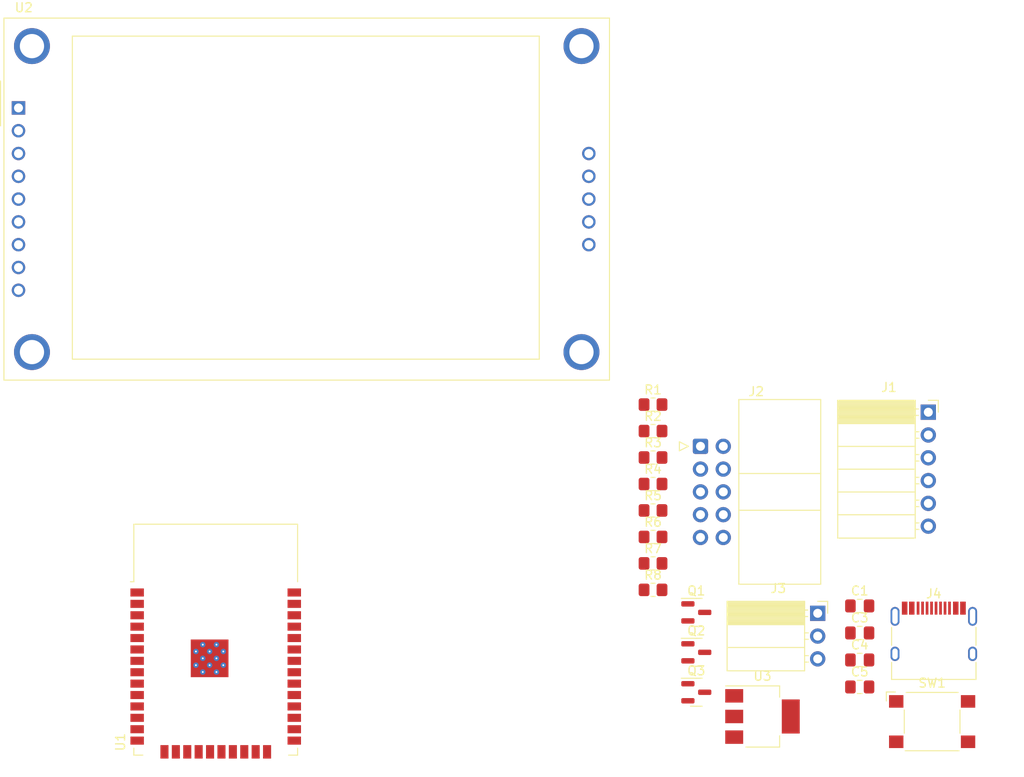
<source format=kicad_pcb>
(kicad_pcb (version 20221018) (generator pcbnew)
  (layers (0 "F.Cu" signal) (31 "B.Cu" signal) (34 "B.Paste" user) (35 "F.Paste" user) (36 "B.SilkS" user "B.Silkscreen") (37 "F.SilkS" user "F.Silkscreen") (38 "B.Mask" user) (39 "F.Mask" user) (44 "Edge.Cuts" user))
  (net 0 "")
  (net 1 "GND")
  (net 2 "+3.3V")
  (net 3 "Net-(U3-VI)")
  (net 10 "/RTS")
  (net 11 "/Tx")
  (net 12 "/Rx")
  (net 13 "/DTR")
  (net 14 "/TMS")
  (net 15 "/TCK")
  (net 22 "/TDO")
  (net 23 "/TDI")
  (net 25 "/R")
  (net 27 "/L")
  (net 29 "Net-(J4-CC1)")
  (net 34 "Net-(J4-CC2)")
  (net 54 "Net-(Q1-C)")
  (net 55 "Net-(Q1-B)")
  (net 56 "Net-(Q1-E)")
  (net 57 "Net-(Q2-B)")
  (net 58 "/BOOT")
  (net 59 "Net-(Q3-B)")
  (net 60 "/EN")
  (net 61 "/~{LED}")
  (net 62 "/DC")
  (net 63 "/RST")
  (net 64 "/CS")
  (net 65 "/CLK")
  (net 66 "/MISO")
  (net 67 "/T_CS")
  (net 68 "/MOSI")
  (footprint "Resistor_SMD:R_0805_2012Metric_Pad1.20x1.40mm_HandSolder" (layer "F.Cu") (at 162.09 106.72)
    (fp_text reference "R1" (at 0 -1.65) (layer "F.SilkS"))
    (fp_text value "10k")
    (fp_line (start -0.227064 -0.735) (end 0.227064 -0.735) (stroke (width 0.12)) (layer "F.SilkS"))
    (fp_line (start -0.227064 0.735) (end 0.227064 0.735) (stroke (width 0.12)) (layer "F.SilkS"))
    (pad "1" smd roundrect (at -1 0) (size 1.2 1.4) (layers "F.Cu" "F.Paste" "F.Mask") (roundrect_rratio 0.208333) (net 2 "+3.3V"))
    (pad "2" smd roundrect (at 1 0) (size 1.2 1.4) (layers "F.Cu" "F.Paste" "F.Mask") (roundrect_rratio 0.208333) (net 60 "/EN"))
  )
  (footprint "Resistor_SMD:R_0805_2012Metric_Pad1.20x1.40mm_HandSolder" (layer "F.Cu") (at 162.09 124.42)
    (fp_text reference "R7" (at 0 -1.65) (layer "F.SilkS"))
    (fp_text value "5k1")
    (fp_line (start -0.227064 -0.735) (end 0.227064 -0.735) (stroke (width 0.12)) (layer "F.SilkS"))
    (fp_line (start -0.227064 0.735) (end 0.227064 0.735) (stroke (width 0.12)) (layer "F.SilkS"))
    (pad "1" smd roundrect (at -1 0) (size 1.2 1.4) (layers "F.Cu" "F.Paste" "F.Mask") (roundrect_rratio 0.208333) (net 29 "Net-(J4-CC1)"))
    (pad "2" smd roundrect (at 1 0) (size 1.2 1.4) (layers "F.Cu" "F.Paste" "F.Mask") (roundrect_rratio 0.208333) (net 1 "GND"))
  )
  (footprint "Package_TO_SOT_SMD:SOT-223-3_TabPin2" (layer "F.Cu") (at 174.28 141.48)
    (fp_text reference "U3" (at 0 -4.5) (layer "F.SilkS"))
    (fp_text value "AMS1117-3.3")
    (fp_line (start -4.1 -3.41) (end 1.91 -3.41) (stroke (width 0.12)) (layer "F.SilkS"))
    (fp_line (start -1.85 3.41) (end 1.91 3.41) (stroke (width 0.12)) (layer "F.SilkS"))
    (fp_line (start 1.91 -3.41) (end 1.91 -2.15) (stroke (width 0.12)) (layer "F.SilkS"))
    (fp_line (start 1.91 3.41) (end 1.91 2.15) (stroke (width 0.12)) (layer "F.SilkS"))
    (pad "1" smd rect (at -3.15 -2.3) (size 2 1.5) (layers "F.Cu" "F.Paste" "F.Mask") (net 1 "GND"))
    (pad "2" smd rect (at -3.15 0) (size 2 1.5) (layers "F.Cu" "F.Paste" "F.Mask") (net 2 "+3.3V"))
    (pad "2" smd rect (at 3.15 0) (size 2 3.8) (layers "F.Cu" "F.Paste" "F.Mask") (net 2 "+3.3V"))
    (pad "3" smd rect (at -3.15 2.3) (size 2 1.5) (layers "F.Cu" "F.Paste" "F.Mask") (net 3 "Net-(U3-VI)"))
  )
  (footprint "Resistor_SMD:R_0805_2012Metric_Pad1.20x1.40mm_HandSolder" (layer "F.Cu") (at 162.09 115.57)
    (fp_text reference "R4" (at 0 -1.65) (layer "F.SilkS"))
    (fp_text value "10k")
    (fp_line (start -0.227064 -0.735) (end 0.227064 -0.735) (stroke (width 0.12)) (layer "F.SilkS"))
    (fp_line (start -0.227064 0.735) (end 0.227064 0.735) (stroke (width 0.12)) (layer "F.SilkS"))
    (pad "1" smd roundrect (at -1 0) (size 1.2 1.4) (layers "F.Cu" "F.Paste" "F.Mask") (roundrect_rratio 0.208333) (net 10 "/RTS"))
    (pad "2" smd roundrect (at 1 0) (size 1.2 1.4) (layers "F.Cu" "F.Paste" "F.Mask") (roundrect_rratio 0.208333) (net 57 "Net-(Q2-B)"))
  )
  (footprint "Display:CR2013-MI2120" (layer "F.Cu") (at 91.42 73.66)
    (fp_text reference "U2" (at 0.59 -11.18) (layer "F.SilkS"))
    (fp_text value "CR2013-MI2120")
    (fp_line (start -2 -3) (end -2 2) (stroke (width 0.12)) (layer "F.SilkS"))
    (fp_line (start -1.62 -10.01) (end 65.82 -10.01) (stroke (width 0.12)) (layer "F.SilkS"))
    (fp_line (start -1.62 30.33) (end -1.62 -10.01) (stroke (width 0.12)) (layer "F.SilkS"))
    (fp_line (start 6 -8) (end 58 -8) (stroke (width 0.12)) (layer "F.SilkS"))
    (fp_line (start 6 28) (end 6 -8) (stroke (width 0.12)) (layer "F.SilkS"))
    (fp_line (start 58 -8) (end 58 28) (stroke (width 0.12)) (layer "F.SilkS"))
    (fp_line (start 58 28) (end 6 28) (stroke (width 0.12)) (layer "F.SilkS"))
    (fp_line (start 65.82 -10.01) (end 65.82 30.33) (stroke (width 0.12)) (layer "F.SilkS"))
    (fp_line (start 65.82 30.33) (end -1.62 30.33) (stroke (width 0.12)) (layer "F.SilkS"))
    (pad "" thru_hole circle (at 1.5 -6.89) (size 4 4) (drill 2.7) (layers "*.Cu" "*.Mask"))
    (pad "" thru_hole circle (at 1.5 27.21) (size 4 4) (drill 2.7) (layers "*.Cu" "*.Mask"))
    (pad "" thru_hole circle (at 62.7 -6.89) (size 4 4) (drill 2.7) (layers "*.Cu" "*.Mask"))
    (pad "" thru_hole circle (at 62.7 27.21) (size 4 4) (drill 2.7) (layers "*.Cu" "*.Mask"))
    (pad "1" thru_hole rect (at 0 0) (size 1.5 1.5) (drill 1) (layers "*.Cu" "*.Mask"))
    (pad "2" thru_hole circle (at 0 2.54) (size 1.5 1.5) (drill 1) (layers "*.Cu" "*.Mask"))
    (pad "3" thru_hole circle (at 0 5.08) (size 1.5 1.5) (drill 1) (layers "*.Cu" "*.Mask"))
    (pad "4" thru_hole circle (at 0 7.62) (size 1.5 1.5) (drill 1) (layers "*.Cu" "*.Mask"))
    (pad "5" thru_hole circle (at 0 10.16) (size 1.5 1.5) (drill 1) (layers "*.Cu" "*.Mask"))
    (pad "6" thru_hole circle (at 0 12.7) (size 1.5 1.5) (drill 1) (layers "*.Cu" "*.Mask"))
    (pad "7" thru_hole circle (at 0 15.24) (size 1.5 1.5) (drill 1) (layers "*.Cu" "*.Mask"))
    (pad "8" thru_hole circle (at 0 17.78) (size 1.5 1.5) (drill 1) (layers "*.Cu" "*.Mask"))
    (pad "9" thru_hole circle (at 0 20.32) (size 1.5 1.5) (drill 1) (layers "*.Cu" "*.Mask"))
    (pad "10" thru_hole circle (at 63.52 5.08) (size 1.5 1.5) (drill 1) (layers "*.Cu" "*.Mask"))
    (pad "11" thru_hole circle (at 63.52 7.62) (size 1.5 1.5) (drill 1) (layers "*.Cu" "*.Mask"))
    (pad "12" thru_hole circle (at 63.52 10.16) (size 1.5 1.5) (drill 1) (layers "*.Cu" "*.Mask"))
    (pad "13" thru_hole circle (at 63.52 12.7) (size 1.5 1.5) (drill 1) (layers "*.Cu" "*.Mask"))
    (pad "14" thru_hole circle (at 63.52 15.24) (size 1.5 1.5) (drill 1) (layers "*.Cu" "*.Mask"))
  )
  (footprint "Resistor_SMD:R_0805_2012Metric_Pad1.20x1.40mm_HandSolder" (layer "F.Cu") (at 162.09 118.52)
    (fp_text reference "R5" (at 0 -1.65) (layer "F.SilkS"))
    (fp_text value "10k")
    (fp_line (start -0.227064 -0.735) (end 0.227064 -0.735) (stroke (width 0.12)) (layer "F.SilkS"))
    (fp_line (start -0.227064 0.735) (end 0.227064 0.735) (stroke (width 0.12)) (layer "F.SilkS"))
    (pad "1" smd roundrect (at -1 0) (size 1.2 1.4) (layers "F.Cu" "F.Paste" "F.Mask") (roundrect_rratio 0.208333) (net 13 "/DTR"))
    (pad "2" smd roundrect (at 1 0) (size 1.2 1.4) (layers "F.Cu" "F.Paste" "F.Mask") (roundrect_rratio 0.208333) (net 59 "Net-(Q3-B)"))
  )
  (footprint "Capacitor_SMD:C_0805_2012Metric_Pad1.18x1.45mm_HandSolder" (layer "F.Cu") (at 185.11 132.17)
    (fp_text reference "C3" (at 0 -1.68) (layer "F.SilkS"))
    (fp_text value "1uF")
    (fp_line (start -0.261252 -0.735) (end 0.261252 -0.735) (stroke (width 0.12)) (layer "F.SilkS"))
    (fp_line (start -0.261252 0.735) (end 0.261252 0.735) (stroke (width 0.12)) (layer "F.SilkS"))
    (pad "1" smd roundrect (at -1.0375 0) (size 1.175 1.45) (layers "F.Cu" "F.Paste" "F.Mask") (roundrect_rratio 0.212766) (net 2 "+3.3V"))
    (pad "2" smd roundrect (at 1.0375 0) (size 1.175 1.45) (layers "F.Cu" "F.Paste" "F.Mask") (roundrect_rratio 0.212766) (net 1 "GND"))
  )
  (footprint "Resistor_SMD:R_0805_2012Metric_Pad1.20x1.40mm_HandSolder" (layer "F.Cu") (at 162.09 112.62)
    (fp_text reference "R3" (at 0 -1.65) (layer "F.SilkS"))
    (fp_text value "1k")
    (fp_line (start -0.227064 -0.735) (end 0.227064 -0.735) (stroke (width 0.12)) (layer "F.SilkS"))
    (fp_line (start -0.227064 0.735) (end 0.227064 0.735) (stroke (width 0.12)) (layer "F.SilkS"))
    (pad "1" smd roundrect (at -1 0) (size 1.2 1.4) (layers "F.Cu" "F.Paste" "F.Mask") (roundrect_rratio 0.208333) (net 55 "Net-(Q1-B)"))
    (pad "2" smd roundrect (at 1 0) (size 1.2 1.4) (layers "F.Cu" "F.Paste" "F.Mask") (roundrect_rratio 0.208333) (net 61 "/~{LED}"))
  )
  (footprint "Package_TO_SOT_SMD:SOT-23" (layer "F.Cu") (at 166.91 138.78)
    (fp_text reference "Q3" (at 0 -2.4) (layer "F.SilkS"))
    (fp_text value "BC847")
    (fp_line (start 0 -1.56) (end -1.675 -1.56) (stroke (width 0.12)) (layer "F.SilkS"))
    (fp_line (start 0 -1.56) (end 0.65 -1.56) (stroke (width 0.12)) (layer "F.SilkS"))
    (fp_line (start 0 1.56) (end -0.65 1.56) (stroke (width 0.12)) (layer "F.SilkS"))
    (fp_line (start 0 1.56) (end 0.65 1.56) (stroke (width 0.12)) (layer "F.SilkS"))
    (pad "1" smd roundrect (at -0.9375 -0.95) (size 1.475 0.6) (layers "F.Cu" "F.Paste" "F.Mask") (net 59 "Net-(Q3-B)"))
    (pad "2" smd roundrect (at -0.9375 0.95) (size 1.475 0.6) (layers "F.Cu" "F.Paste" "F.Mask") (net 10 "/RTS"))
    (pad "3" smd roundrect (at 0.9375 0) (size 1.475 0.6) (layers "F.Cu" "F.Paste" "F.Mask") (net 60 "/EN"))
  )
  (footprint "wuerth_connector:USB_C_Receptacle_WUERTH_TYPE-C-12" (layer "F.Cu") (at 193.36 133.45)
    (fp_text reference "J4" (at 0 -5.645) (layer "F.SilkS"))
    (fp_text value "USB_C_Receptacle_USB2.0")
    (fp_line (start -4.7 -1.9) (end -4.7 0.1) (stroke (width 0.12)) (layer "F.SilkS"))
    (fp_line (start -4.7 2) (end -4.7 3.9) (stroke (width 0.12)) (layer "F.SilkS"))
    (fp_line (start -4.7 3.9) (end 4.7 3.9) (stroke (width 0.12)) (layer "F.SilkS"))
    (fp_line (start 4.7 -1.9) (end 4.7 0.1) (stroke (width 0.12)) (layer "F.SilkS"))
    (fp_line (start 4.7 2) (end 4.7 3.9) (stroke (width 0.12)) (layer "F.SilkS"))
    (pad "" np_thru_hole circle (at -2.89 -2.6) (size 0.65 0.65) (drill 0.65) (layers "*.Cu" "*.Mask"))
    (pad "" np_thru_hole circle (at 2.89 -2.6) (size 0.65 0.65) (drill 0.65) (layers "*.Cu" "*.Mask"))
    (pad "A1" smd rect (at -3.25 -4.045) (size 0.6 1.45) (layers "F.Cu" "F.Paste" "F.Mask") (net 1 "GND"))
    (pad "A4" smd rect (at -2.45 -4.045) (size 0.6 1.45) (layers "F.Cu" "F.Paste" "F.Mask") (net 3 "Net-(U3-VI)"))
    (pad "A5" smd rect (at -1.25 -4.045) (size 0.3 1.45) (layers "F.Cu" "F.Paste" "F.Mask") (net 29 "Net-(J4-CC1)"))
    (pad "A6" smd rect (at -0.25 -4.045) (size 0.3 1.45) (layers "F.Cu" "F.Paste" "F.Mask"))
    (pad "A7" smd rect (at 0.25 -4.045) (size 0.3 1.45) (layers "F.Cu" "F.Paste" "F.Mask"))
    (pad "A8" smd rect (at 1.25 -4.045) (size 0.3 1.45) (layers "F.Cu" "F.Paste" "F.Mask"))
    (pad "A9" smd rect (at 2.45 -4.045) (size 0.6 1.45) (layers "F.Cu" "F.Paste" "F.Mask") (net 3 "Net-(U3-VI)"))
    (pad "A12" smd rect (at 3.25 -4.045) (size 0.6 1.45) (layers "F.Cu" "F.Paste" "F.Mask") (net 1 "GND"))
    (pad "B1" smd rect (at 3.25 -4.045) (size 0.6 1.45) (layers "F.Cu" "F.Paste" "F.Mask") (net 1 "GND"))
    (pad "B4" smd rect (at 2.45 -4.045) (size 0.6 1.45) (layers "F.Cu" "F.Paste" "F.Mask") (net 3 "Net-(U3-VI)"))
    (pad "B5" smd rect (at 1.75 -4.045) (size 0.3 1.45) (layers "F.Cu" "F.Paste" "F.Mask") (net 34 "Net-(J4-CC2)"))
    (pad "B6" smd rect (at 0.75 -4.045) (size 0.3 1.45) (layers "F.Cu" "F.Paste" "F.Mask"))
    (pad "B7" smd rect (at -0.75 -4.045) (size 0.3 1.45) (layers "F.Cu" "F.Paste" "F.Mask"))
    (pad "B8" smd rect (at -1.75 -4.045) (size 0.3 1.45) (layers "F.Cu" "F.Paste" "F.Mask"))
    (pad "B9" smd rect (at -2.45 -4.045) (size 0.6 1.45) (layers "F.Cu" "F.Paste" "F.Mask") (net 3 "Net-(U3-VI)"))
    (pad "B12" smd rect (at -3.25 -4.045) (size 0.6 1.45) (layers "F.Cu" "F.Paste" "F.Mask") (net 1 "GND"))
    (pad "S1" thru_hole oval (at -4.32 -3.13) (size 1 2.1) (drill oval 0.6 1.7) (layers "*.Cu" "*.Mask"))
    (pad "S1" thru_hole oval (at -4.32 1.05) (size 1 1.6) (drill oval 0.6 1.2) (layers "*.Cu" "*.Mask"))
    (pad "S1" thru_hole oval (at 4.32 -3.13) (size 1 2.1) (drill oval 0.6 1.7) (layers "*.Cu" "*.Mask"))
    (pad "S1" thru_hole oval (at 4.32 1.05) (size 1 1.6) (drill oval 0.6 1.2) (layers "*.Cu" "*.Mask"))
  )
  (footprint "Package_TO_SOT_SMD:SOT-23" (layer "F.Cu") (at 166.91 129.88)
    (fp_text reference "Q1" (at 0 -2.4) (layer "F.SilkS"))
    (fp_text value "BC857")
    (fp_line (start 0 -1.56) (end -1.675 -1.56) (stroke (width 0.12)) (layer "F.SilkS"))
    (fp_line (start 0 -1.56) (end 0.65 -1.56) (stroke (width 0.12)) (layer "F.SilkS"))
    (fp_line (start 0 1.56) (end -0.65 1.56) (stroke (width 0.12)) (layer "F.SilkS"))
    (fp_line (start 0 1.56) (end 0.65 1.56) (stroke (width 0.12)) (layer "F.SilkS"))
    (pad "1" smd roundrect (at -0.9375 -0.95) (size 1.475 0.6) (layers "F.Cu" "F.Paste" "F.Mask") (net 54 "Net-(Q1-C)"))
    (pad "2" smd roundrect (at -0.9375 0.95) (size 1.475 0.6) (layers "F.Cu" "F.Paste" "F.Mask") (net 55 "Net-(Q1-B)"))
    (pad "3" smd roundrect (at 0.9375 0) (size 1.475 0.6) (layers "F.Cu" "F.Paste" "F.Mask") (net 56 "Net-(Q1-E)"))
  )
  (footprint "Capacitor_SMD:C_0805_2012Metric_Pad1.18x1.45mm_HandSolder" (layer "F.Cu") (at 185.11 135.18)
    (fp_text reference "C4" (at 0 -1.68) (layer "F.SilkS"))
    (fp_text value "1uF")
    (fp_line (start -0.261252 -0.735) (end 0.261252 -0.735) (stroke (width 0.12)) (layer "F.SilkS"))
    (fp_line (start -0.261252 0.735) (end 0.261252 0.735) (stroke (width 0.12)) (layer "F.SilkS"))
    (pad "1" smd roundrect (at -1.0375 0) (size 1.175 1.45) (layers "F.Cu" "F.Paste" "F.Mask") (roundrect_rratio 0.212766) (net 3 "Net-(U3-VI)"))
    (pad "2" smd roundrect (at 1.0375 0) (size 1.175 1.45) (layers "F.Cu" "F.Paste" "F.Mask") (roundrect_rratio 0.212766) (net 1 "GND"))
  )
  (footprint "Resistor_SMD:R_0805_2012Metric_Pad1.20x1.40mm_HandSolder" (layer "F.Cu") (at 162.09 109.67)
    (fp_text reference "R2" (at 0 -1.65) (layer "F.SilkS"))
    (fp_text value "10k")
    (fp_line (start -0.227064 -0.735) (end 0.227064 -0.735) (stroke (width 0.12)) (layer "F.SilkS"))
    (fp_line (start -0.227064 0.735) (end 0.227064 0.735) (stroke (width 0.12)) (layer "F.SilkS"))
    (pad "1" smd roundrect (at -1 0) (size 1.2 1.4) (layers "F.Cu" "F.Paste" "F.Mask") (roundrect_rratio 0.208333) (net 2 "+3.3V"))
    (pad "2" smd roundrect (at 1 0) (size 1.2 1.4) (layers "F.Cu" "F.Paste" "F.Mask") (roundrect_rratio 0.208333) (net 58 "/BOOT"))
  )
  (footprint "Resistor_SMD:R_0805_2012Metric_Pad1.20x1.40mm_HandSolder" (layer "F.Cu") (at 162.09 121.47)
    (fp_text reference "R6" (at 0 -1.65) (layer "F.SilkS"))
    (fp_text value "5k1")
    (fp_line (start -0.227064 -0.735) (end 0.227064 -0.735) (stroke (width 0.12)) (layer "F.SilkS"))
    (fp_line (start -0.227064 0.735) (end 0.227064 0.735) (stroke (width 0.12)) (layer "F.SilkS"))
    (pad "1" smd roundrect (at -1 0) (size 1.2 1.4) (layers "F.Cu" "F.Paste" "F.Mask") (roundrect_rratio 0.208333) (net 34 "Net-(J4-CC2)"))
    (pad "2" smd roundrect (at 1 0) (size 1.2 1.4) (layers "F.Cu" "F.Paste" "F.Mask") (roundrect_rratio 0.208333) (net 1 "GND"))
  )
  (footprint "Capacitor_SMD:C_0805_2012Metric_Pad1.18x1.45mm_HandSolder" (layer "F.Cu") (at 185.11 129.16)
    (fp_text reference "C1" (at 0 -1.68) (layer "F.SilkS"))
    (fp_text value "1uF")
    (fp_line (start -0.261252 -0.735) (end 0.261252 -0.735) (stroke (width 0.12)) (layer "F.SilkS"))
    (fp_line (start -0.261252 0.735) (end 0.261252 0.735) (stroke (width 0.12)) (layer "F.SilkS"))
    (pad "1" smd roundrect (at -1.0375 0) (size 1.175 1.45) (layers "F.Cu" "F.Paste" "F.Mask") (roundrect_rratio 0.212766) (net 1 "GND"))
    (pad "2" smd roundrect (at 1.0375 0) (size 1.175 1.45) (layers "F.Cu" "F.Paste" "F.Mask") (roundrect_rratio 0.212766) (net 1 "GND"))
  )
  (footprint "Capacitor_SMD:C_0805_2012Metric_Pad1.18x1.45mm_HandSolder" (layer "F.Cu") (at 185.11 138.19)
    (fp_text reference "C5" (at 0 -1.68) (layer "F.SilkS"))
    (fp_text value "1uF")
    (fp_line (start -0.261252 -0.735) (end 0.261252 -0.735) (stroke (width 0.12)) (layer "F.SilkS"))
    (fp_line (start -0.261252 0.735) (end 0.261252 0.735) (stroke (width 0.12)) (layer "F.SilkS"))
    (pad "1" smd roundrect (at -1.0375 0) (size 1.175 1.45) (layers "F.Cu" "F.Paste" "F.Mask") (roundrect_rratio 0.212766) (net 2 "+3.3V"))
    (pad "2" smd roundrect (at 1.0375 0) (size 1.175 1.45) (layers "F.Cu" "F.Paste" "F.Mask") (roundrect_rratio 0.212766) (net 1 "GND"))
  )
  (footprint "Connector_IDC:IDC-Header_2x05_P2.54mm_Horizontal" (layer "F.Cu") (at 167.375 111.37)
    (fp_text reference "J2" (at 6.215 -6.1) (layer "F.SilkS"))
    (fp_text value "JTAG")
    (fp_line (start -2.35 -0.5) (end -2.35 0.5) (stroke (width 0.12)) (layer "F.SilkS"))
    (fp_line (start -2.35 0.5) (end -1.35 0) (stroke (width 0.12)) (layer "F.SilkS"))
    (fp_line (start -1.35 0) (end -2.35 -0.5) (stroke (width 0.12)) (layer "F.SilkS"))
    (fp_line (start 4.27 -5.21) (end 13.39 -5.21) (stroke (width 0.12)) (layer "F.SilkS"))
    (fp_line (start 4.27 3.03) (end 13.39 3.03) (stroke (width 0.12)) (layer "F.SilkS"))
    (fp_line (start 4.27 7.13) (end 13.39 7.13) (stroke (width 0.12)) (layer "F.SilkS"))
    (fp_line (start 4.27 15.37) (end 4.27 -5.21) (stroke (width 0.12)) (layer "F.SilkS"))
    (fp_line (start 13.39 -5.21) (end 13.39 15.37) (stroke (width 0.12)) (layer "F.SilkS"))
    (fp_line (start 13.39 15.37) (end 4.27 15.37) (stroke (width 0.12)) (layer "F.SilkS"))
    (pad "1" thru_hole roundrect (at 0 0) (size 1.7 1.7) (drill 1) (layers "*.Cu" "*.Mask") (roundrect_rratio 0.147059) (net 2 "+3.3V"))
    (pad "2" thru_hole circle (at 2.54 0) (size 1.7 1.7) (drill 1) (layers "*.Cu" "*.Mask") (net 14 "/TMS"))
    (pad "3" thru_hole circle (at 0 2.54) (size 1.7 1.7) (drill 1) (layers "*.Cu" "*.Mask") (net 1 "GND"))
    (pad "4" thru_hole circle (at 2.54 2.54) (size 1.7 1.7) (drill 1) (layers "*.Cu" "*.Mask") (net 15 "/TCK"))
    (pad "5" thru_hole circle (at 0 5.08) (size 1.7 1.7) (drill 1) (layers "*.Cu" "*.Mask") (net 1 "GND"))
    (pad "6" thru_hole circle (at 2.54 5.08) (size 1.7 1.7) (drill 1) (layers "*.Cu" "*.Mask") (net 22 "/TDO"))
    (pad "7" thru_hole circle (at 0 7.62) (size 1.7 1.7) (drill 1) (layers "*.Cu" "*.Mask") (net 1 "GND"))
    (pad "8" thru_hole circle (at 2.54 7.62) (size 1.7 1.7) (drill 1) (layers "*.Cu" "*.Mask") (net 23 "/TDI"))
    (pad "9" thru_hole circle (at 0 10.16) (size 1.7 1.7) (drill 1) (layers "*.Cu" "*.Mask") (net 1 "GND"))
    (pad "10" thru_hole circle (at 2.54 10.16) (size 1.7 1.7) (drill 1) (layers "*.Cu" "*.Mask"))
  )
  (footprint "Connector_PinSocket_2.54mm:PinSocket_1x06_P2.54mm_Horizontal" (layer "F.Cu") (at 192.75 107.57)
    (fp_text reference "J1" (at -4.38 -2.77) (layer "F.SilkS"))
    (fp_text value "Prog-Socket")
    (fp_line (start -10.09 -1.33) (end -10.09 14.03) (stroke (width 0.12)) (layer "F.SilkS"))
    (fp_line (start -10.09 -1.33) (end -1.46 -1.33) (stroke (width 0.12)) (layer "F.SilkS"))
    (fp_line (start -10.09 -1.21) (end -1.46 -1.21) (stroke (width 0.12)) (layer "F.SilkS"))
    (fp_line (start -10.09 -1.091905) (end -1.46 -1.091905) (stroke (width 0.12)) (layer "F.SilkS"))
    (fp_line (start -10.09 -0.97381) (end -1.46 -0.97381) (stroke (width 0.12)) (layer "F.SilkS"))
    (fp_line (start -10.09 -0.855715) (end -1.46 -0.855715) (stroke (width 0.12)) (layer "F.SilkS"))
    (fp_line (start -10.09 -0.73762) (end -1.46 -0.73762) (stroke (width 0.12)) (layer "F.SilkS"))
    (fp_line (start -10.09 -0.619525) (end -1.46 -0.619525) (stroke (width 0.12)) (layer "F.SilkS"))
    (fp_line (start -10.09 -0.50143) (end -1.46 -0.50143) (stroke (width 0.12)) (layer "F.SilkS"))
    (fp_line (start -10.09 -0.383335) (end -1.46 -0.383335) (stroke (width 0.12)) (layer "F.SilkS"))
    (fp_line (start -10.09 -0.26524) (end -1.46 -0.26524) (stroke (width 0.12)) (layer "F.SilkS"))
    (fp_line (start -10.09 -0.147145) (end -1.46 -0.147145) (stroke (width 0.12)) (layer "F.SilkS"))
    (fp_line (start -10.09 -0.02905) (end -1.46 -0.02905) (stroke (width 0.12)) (layer "F.SilkS"))
    (fp_line (start -10.09 0.089045) (end -1.46 0.089045) (stroke (width 0.12)) (layer "F.SilkS"))
    (fp_line (start -10.09 0.20714) (end -1.46 0.20714) (stroke (width 0.12)) (layer "F.SilkS"))
    (fp_line (start -10.09 0.325235) (end -1.46 0.325235) (stroke (width 0.12)) (layer "F.SilkS"))
    (fp_line (start -10.09 0.44333) (end -1.46 0.44333) (stroke (width 0.12)) (layer "F.SilkS"))
    (fp_line (start -10.09 0.561425) (end -1.46 0.561425) (stroke (width 0.12)) (layer "F.SilkS"))
    (fp_line (start -10.09 0.67952) (end -1.46 0.67952) (stroke (width 0.12)) (layer "F.SilkS"))
    (fp_line (start -10.09 0.797615) (end -1.46 0.797615) (stroke (width 0.12)) (layer "F.SilkS"))
    (fp_line (start -10.09 0.91571) (end -1.46 0.91571) (stroke (width 0.12)) (layer "F.SilkS"))
    (fp_line (start -10.09 1.033805) (end -1.46 1.033805) (stroke (width 0.12)) (layer "F.SilkS"))
    (fp_line (start -10.09 1.1519) (end -1.46 1.1519) (stroke (width 0.12)) (layer "F.SilkS"))
    (fp_line (start -10.09 1.27) (end -1.46 1.27) (stroke (width 0.12)) (layer "F.SilkS"))
    (fp_line (start -10.09 3.81) (end -1.46 3.81) (stroke (width 0.12)) (layer "F.SilkS"))
    (fp_line (start -10.09 6.35) (end -1.46 6.35) (stroke (width 0.12)) (layer "F.SilkS"))
    (fp_line (start -10.09 8.89) (end -1.46 8.89) (stroke (width 0.12)) (layer "F.SilkS"))
    (fp_line (start -10.09 11.43) (end -1.46 11.43) (stroke (width 0.12)) (layer "F.SilkS"))
    (fp_line (start -10.09 14.03) (end -1.46 14.03) (stroke (width 0.12)) (layer "F.SilkS"))
    (fp_line (start -1.46 -1.33) (end -1.46 14.03) (stroke (width 0.12)) (layer "F.SilkS"))
    (fp_line (start -1.46 -0.36) (end -1.11 -0.36) (stroke (width 0.12)) (layer "F.SilkS"))
    (fp_line (start -1.46 0.36) (end -1.11 0.36) (stroke (width 0.12)) (layer "F.SilkS"))
    (fp_line (start -1.46 2.18) (end -1.05 2.18) (stroke (width 0.12)) (layer "F.SilkS"))
    (fp_line (start -1.46 2.9) (end -1.05 2.9) (stroke (width 0.12)) (layer "F.SilkS"))
    (fp_line (start -1.46 4.72) (end -1.05 4.72) (stroke (width 0.12)) (layer "F.SilkS"))
    (fp_line (start -1.46 5.44) (end -1.05 5.44) (stroke (width 0.12)) (layer "F.SilkS"))
    (fp_line (start -1.46 7.26) (end -1.05 7.26) (stroke (width 0.12)) (layer "F.SilkS"))
    (fp_line (start -1.46 7.98) (end -1.05 7.98) (stroke (width 0.12)) (layer "F.SilkS"))
    (fp_line (start -1.46 9.8) (end -1.05 9.8) (stroke (width 0.12)) (layer "F.SilkS"))
    (fp_line (start -1.46 10.52) (end -1.05 10.52) (stroke (width 0.12)) (layer "F.SilkS"))
    (fp_line (start -1.46 12.34) (end -1.05 12.34) (stroke (width 0.12)) (layer "F.SilkS"))
    (fp_line (start -1.46 13.06) (end -1.05 13.06) (stroke (width 0.12)) (layer "F.SilkS"))
    (fp_line (start 0 -1.33) (end 1.11 -1.33) (stroke (width 0.12)) (layer "F.SilkS"))
    (fp_line (start 1.11 -1.33) (end 1.11 0) (stroke (width 0.12)) (layer "F.SilkS"))
    (pad "1" thru_hole rect (at 0 0) (size 1.7 1.7) (drill 1) (layers "*.Cu" "*.Mask") (net 1 "GND"))
    (pad "2" thru_hole oval (at 0 2.54) (size 1.7 1.7) (drill 1) (layers "*.Cu" "*.Mask") (net 10 "/RTS"))
    (pad "3" thru_hole oval (at 0 5.08) (size 1.7 1.7) (drill 1) (layers "*.Cu" "*.Mask") (net 2 "+3.3V"))
    (pad "4" thru_hole oval (at 0 7.62) (size 1.7 1.7) (drill 1) (layers "*.Cu" "*.Mask") (net 11 "/Tx"))
    (pad "5" thru_hole oval (at 0 10.16) (size 1.7 1.7) (drill 1) (layers "*.Cu" "*.Mask") (net 12 "/Rx"))
    (pad "6" thru_hole oval (at 0 12.7) (size 1.7 1.7) (drill 1) (layers "*.Cu" "*.Mask") (net 13 "/DTR"))
  )
  (footprint "Connector_PinSocket_2.54mm:PinSocket_1x03_P2.54mm_Horizontal" (layer "F.Cu") (at 180.43 129.98)
    (fp_text reference "J3" (at -4.38 -2.77) (layer "F.SilkS"))
    (fp_text value "Analog")
    (fp_line (start -10.09 -1.33) (end -10.09 6.41) (stroke (width 0.12)) (layer "F.SilkS"))
    (fp_line (start -10.09 -1.33) (end -1.46 -1.33) (stroke (width 0.12)) (layer "F.SilkS"))
    (fp_line (start -10.09 -1.21) (end -1.46 -1.21) (stroke (width 0.12)) (layer "F.SilkS"))
    (fp_line (start -10.09 -1.091905) (end -1.46 -1.091905) (stroke (width 0.12)) (layer "F.SilkS"))
    (fp_line (start -10.09 -0.97381) (end -1.46 -0.97381) (stroke (width 0.12)) (layer "F.SilkS"))
    (fp_line (start -10.09 -0.855715) (end -1.46 -0.855715) (stroke (width 0.12)) (layer "F.SilkS"))
    (fp_line (start -10.09 -0.73762) (end -1.46 -0.73762) (stroke (width 0.12)) (layer "F.SilkS"))
    (fp_line (start -10.09 -0.619525) (end -1.46 -0.619525) (stroke (width 0.12)) (layer "F.SilkS"))
    (fp_line (start -10.09 -0.50143) (end -1.46 -0.50143) (stroke (width 0.12)) (layer "F.SilkS"))
    (fp_line (start -10.09 -0.383335) (end -1.46 -0.383335) (stroke (width 0.12)) (layer "F.SilkS"))
    (fp_line (start -10.09 -0.26524) (end -1.46 -0.26524) (stroke (width 0.12)) (layer "F.SilkS"))
    (fp_line (start -10.09 -0.147145) (end -1.46 -0.147145) (stroke (width 0.12)) (layer "F.SilkS"))
    (fp_line (start -10.09 -0.02905) (end -1.46 -0.02905) (stroke (width 0.12)) (layer "F.SilkS"))
    (fp_line (start -10.09 0.089045) (end -1.46 0.089045) (stroke (width 0.12)) (layer "F.SilkS"))
    (fp_line (start -10.09 0.20714) (end -1.46 0.20714) (stroke (width 0.12)) (layer "F.SilkS"))
    (fp_line (start -10.09 0.325235) (end -1.46 0.325235) (stroke (width 0.12)) (layer "F.SilkS"))
    (fp_line (start -10.09 0.44333) (end -1.46 0.44333) (stroke (width 0.12)) (layer "F.SilkS"))
    (fp_line (start -10.09 0.561425) (end -1.46 0.561425) (stroke (width 0.12)) (layer "F.SilkS"))
    (fp_line (start -10.09 0.67952) (end -1.46 0.67952) (stroke (width 0.12)) (layer "F.SilkS"))
    (fp_line (start -10.09 0.797615) (end -1.46 0.797615) (stroke (width 0.12)) (layer "F.SilkS"))
    (fp_line (start -10.09 0.91571) (end -1.46 0.91571) (stroke (width 0.12)) (layer "F.SilkS"))
    (fp_line (start -10.09 1.033805) (end -1.46 1.033805) (stroke (width 0.12)) (layer "F.SilkS"))
    (fp_line (start -10.09 1.1519) (end -1.46 1.1519) (stroke (width 0.12)) (layer "F.SilkS"))
    (fp_line (start -10.09 1.27) (end -1.46 1.27) (stroke (width 0.12)) (layer "F.SilkS"))
    (fp_line (start -10.09 3.81) (end -1.46 3.81) (stroke (width 0.12)) (layer "F.SilkS"))
    (fp_line (start -10.09 6.41) (end -1.46 6.41) (stroke (width 0.12)) (layer "F.SilkS"))
    (fp_line (start -1.46 -1.33) (end -1.46 6.41) (stroke (width 0.12)) (layer "F.SilkS"))
    (fp_line (start -1.46 -0.36) (end -1.11 -0.36) (stroke (width 0.12)) (layer "F.SilkS"))
    (fp_line (start -1.46 0.36) (end -1.11 0.36) (stroke (width 0.12)) (layer "F.SilkS"))
    (fp_line (start -1.46 2.18) (end -1.05 2.18) (stroke (width 0.12)) (layer "F.SilkS"))
    (fp_line (start -1.46 2.9) (end -1.05 2.9) (stroke (width 0.12)) (layer "F.SilkS"))
    (fp_line (start -1.46 4.72) (end -1.05 4.72) (stroke (width 0.12)) (layer "F.SilkS"))
    (fp_line (start -1.46 5.44) (end -1.05 5.44) (stroke (width 0.12)) (layer "F.SilkS"))
    (fp_line (start 0 -1.33) (end 1.11 -1.33) (stroke (width 0.12)) (layer "F.SilkS"))
    (fp_line (start 1.11 -1.33) (end 1.11 0) (stroke (width 0.12)) (layer "F.SilkS"))
    (pad "1" thru_hole rect (at 0 0) (size 1.7 1.7) (drill 1) (layers "*.Cu" "*.Mask") (net 25 "/R"))
    (pad "2" thru_hole oval (at 0 2.54) (size 1.7 1.7) (drill 1) (layers "*.Cu" "*.Mask") (net 1 "GND"))
    (pad "3" thru_hole oval (at 0 5.08) (size 1.7 1.7) (drill 1) (layers "*.Cu" "*.Mask") (net 27 "/L"))
  )
  (footprint "Resistor_SMD:R_0805_2012Metric_Pad1.20x1.40mm_HandSolder" (layer "F.Cu") (at 162.09 127.37)
    (fp_text reference "R8" (at 0 -1.65) (layer "F.SilkS"))
    (fp_text value "100R")
    (fp_line (start -0.227064 -0.735) (end 0.227064 -0.735) (stroke (width 0.12)) (layer "F.SilkS"))
    (fp_line (start -0.227064 0.735) (end 0.227064 0.735) (stroke (width 0.12)) (layer "F.SilkS"))
    (pad "1" smd roundrect (at -1 0) (size 1.2 1.4) (layers "F.Cu" "F.Paste" "F.Mask") (roundrect_rratio 0.208333) (net 2 "+3.3V"))
    (pad "2" smd roundrect (at 1 0) (size 1.2 1.4) (layers "F.Cu" "F.Paste" "F.Mask") (roundrect_rratio 0.208333) (net 56 "Net-(Q1-E)"))
  )
  (footprint "RF_Module:ESP32-WROOM-32" (layer "F.Cu") (at 113.385 135.91)
    (fp_text reference "U1" (at -10.61 8.43 90) (layer "F.SilkS"))
    (fp_text value "ESP32-WROOM-32")
    (fp_line (start -9.12 -15.86) (end -9.12 -9.445) (stroke (width 0.12)) (layer "F.SilkS"))
    (fp_line (start -9.12 -15.86) (end 9.12 -15.86) (stroke (width 0.12)) (layer "F.SilkS"))
    (fp_line (start -9.12 -9.445) (end -9.5 -9.445) (stroke (width 0.12)) (layer "F.SilkS"))
    (fp_line (start -9.12 9.1) (end -9.12 9.88) (stroke (width 0.12)) (layer "F.SilkS"))
    (fp_line (start -9.12 9.88) (end -8.12 9.88) (stroke (width 0.12)) (layer "F.SilkS"))
    (fp_line (start 9.12 -15.86) (end 9.12 -9.445) (stroke (width 0.12)) (layer "F.SilkS"))
    (fp_line (start 9.12 9.1) (end 9.12 9.88) (stroke (width 0.12)) (layer "F.SilkS"))
    (fp_line (start 9.12 9.88) (end 8.12 9.88) (stroke (width 0.12)) (layer "F.SilkS"))
    (pad "1" smd rect (at -8.75 -8.25) (size 1.5 0.9) (layers "F.Cu" "F.Paste" "F.Mask") (net 1 "GND"))
    (pad "2" smd rect (at -8.75 -6.98) (size 1.5 0.9) (layers "F.Cu" "F.Paste" "F.Mask") (net 2 "+3.3V"))
    (pad "3" smd rect (at -8.75 -5.71) (size 1.5 0.9) (layers "F.Cu" "F.Paste" "F.Mask") (net 60 "/EN"))
    (pad "4" smd rect (at -8.75 -4.44) (size 1.5 0.9) (layers "F.Cu" "F.Paste" "F.Mask"))
    (pad "5" smd rect (at -8.75 -3.17) (size 1.5 0.9) (layers "F.Cu" "F.Paste" "F.Mask"))
    (pad "6" smd rect (at -8.75 -1.9) (size 1.5 0.9) (layers "F.Cu" "F.Paste" "F.Mask"))
    (pad "7" smd rect (at -8.75 -0.63) (size 1.5 0.9) (layers "F.Cu" "F.Paste" "F.Mask"))
    (pad "8" smd rect (at -8.75 0.64) (size 1.5 0.9) (layers "F.Cu" "F.Paste" "F.Mask"))
    (pad "9" smd rect (at -8.75 1.91) (size 1.5 0.9) (layers "F.Cu" "F.Paste" "F.Mask"))
    (pad "10" smd rect (at -8.75 3.18) (size 1.5 0.9) (layers "F.Cu" "F.Paste" "F.Mask") (net 27 "/L"))
    (pad "11" smd rect (at -8.75 4.45) (size 1.5 0.9) (layers "F.Cu" "F.Paste" "F.Mask") (net 25 "/R"))
    (pad "12" smd rect (at -8.75 5.72) (size 1.5 0.9) (layers "F.Cu" "F.Paste" "F.Mask") (net 61 "/~{LED}"))
    (pad "13" smd rect (at -8.75 6.99) (size 1.5 0.9) (layers "F.Cu" "F.Paste" "F.Mask") (net 14 "/TMS"))
    (pad "14" smd rect (at -8.75 8.26) (size 1.5 0.9) (layers "F.Cu" "F.Paste" "F.Mask") (net 23 "/TDI"))
    (pad "15" smd rect (at -5.71 9.51 90) (size 1.5 0.9) (layers "F.Cu" "F.Paste" "F.Mask") (net 1 "GND"))
    (pad "16" smd rect (at -4.44 9.51 90) (size 1.5 0.9) (layers "F.Cu" "F.Paste" "F.Mask") (net 15 "/TCK"))
    (pad "17" smd rect (at -3.17 9.51 90) (size 1.5 0.9) (layers "F.Cu" "F.Paste" "F.Mask"))
    (pad "18" smd rect (at -1.9 9.51 90) (size 1.5 0.9) (layers "F.Cu" "F.Paste" "F.Mask"))
    (pad "19" smd rect (at -0.63 9.51 90) (size 1.5 0.9) (layers "F.Cu" "F.Paste" "F.Mask"))
    (pad "20" smd rect (at 0.64 9.51 90) (size 1.5 0.9) (layers "F.Cu" "F.Paste" "F.Mask"))
    (pad "21" smd rect (at 1.91 9.51 90) (size 1.5 0.9) (layers "F.Cu" "F.Paste" "F.Mask"))
    (pad "22" smd rect (at 3.18 9.51 90) (size 1.5 0.9) (layers "F.Cu" "F.Paste" "F.Mask"))
    (pad "23" smd rect (at 4.45 9.51 90) (size 1.5 0.9) (layers "F.Cu" "F.Paste" "F.Mask") (net 22 "/TDO"))
    (pad "24" smd rect (at 5.72 9.51 90) (size 1.5 0.9) (layers "F.Cu" "F.Paste" "F.Mask") (net 62 "/DC"))
    (pad "25" smd rect (at 8.75 8.26) (size 1.5 0.9) (layers "F.Cu" "F.Paste" "F.Mask") (net 58 "/BOOT"))
    (pad "26" smd rect (at 8.75 6.99) (size 1.5 0.9) (layers "F.Cu" "F.Paste" "F.Mask") (net 63 "/RST"))
    (pad "27" smd rect (at 8.75 5.72) (size 1.5 0.9) (layers "F.Cu" "F.Paste" "F.Mask"))
    (pad "28" smd rect (at 8.75 4.45) (size 1.5 0.9) (layers "F.Cu" "F.Paste" "F.Mask") (net 64 "/CS"))
    (pad "29" smd rect (at 8.75 3.18) (size 1.5 0.9) (layers "F.Cu" "F.Paste" "F.Mask"))
    (pad "30" smd rect (at 8.75 1.91) (size 1.5 0.9) (layers "F.Cu" "F.Paste" "F.Mask") (net 65 "/CLK"))
    (pad "31" smd rect (at 8.75 0.64) (size 1.5 0.9) (layers "F.Cu" "F.Paste" "F.Mask") (net 66 "/MISO"))
    (pad "32" smd rect (at 8.75 -0.63) (size 1.5 0.9) (layers "F.Cu" "F.Paste" "F.Mask"))
    (pad "33" smd rect (at 8.75 -1.9) (size 1.5 0.9) (layers "F.Cu" "F.Paste" "F.Mask") (net 67 "/T_CS"))
    (pad "34" smd rect (at 8.75 -3.17) (size 1.5 0.9) (layers "F.Cu" "F.Paste" "F.Mask") (net 12 "/Rx"))
    (pad "35" smd rect (at 8.75 -4.44) (size 1.5 0.9) (layers "F.Cu" "F.Paste" "F.Mask") (net 11 "/Tx"))
    (pad "36" smd rect (at 8.75 -5.71) (size 1.5 0.9) (layers "F.Cu" "F.Paste" "F.Mask"))
    (pad "37" smd rect (at 8.75 -6.98) (size 1.5 0.9) (layers "F.Cu" "F.Paste" "F.Mask") (net 68 "/MOSI"))
    (pad "38" smd rect (at 8.75 -8.25) (size 1.5 0.9) (layers "F.Cu" "F.Paste" "F.Mask") (net 1 "GND"))
    (pad "39" smd rect (at -2.205 -2.435) (size 1.05 1.05) (layers "F.Cu" "F.Paste") (net 1 "GND"))
    (pad "39" thru_hole circle (at -2.205 -1.6725) (size 0.6 0.6) (drill 0.2) (property pad_prop_heatsink) (layers "*.Cu" "F.Mask") (net 1 "GND"))
    (pad "39" smd rect (at -2.205 -0.91) (size 1.05 1.05) (layers "F.Cu" "F.Paste") (net 1 "GND"))
    (pad "39" thru_hole circle (at -2.205 -0.1475) (size 0.6 0.6) (drill 0.2) (property pad_prop_heatsink) (layers "*.Cu" "F.Mask") (net 1 "GND"))
    (pad "39" smd rect (at -2.205 0.615) (size 1.05 1.05) (layers "F.Cu" "F.Paste") (net 1 "GND"))
    (pad "39" thru_hole circle (at -1.4425 -2.435) (size 0.6 0.6) (drill 0.2) (property pad_prop_heatsink) (layers "*.Cu" "F.Mask") (net 1 "GND"))
    (pad "39" thru_hole circle (at -1.4425 -0.91) (size 0.6 0.6) (drill 0.2) (property pad_prop_heatsink) (layers "*.Cu" "F.Mask") (net 1 "GND"))
    (pad "39" thru_hole circle (at -1.4425 0.615) (size 0.6 0.6) (drill 0.2) (property pad_prop_heatsink) (layers "*.Cu" "F.Mask") (net 1 "GND"))
    (pad "39" smd rect (at -0.68 -2.435) (size 1.05 1.05) (layers "F.Cu" "F.Paste") (net 1 "GND"))
    (pad "39" thru_hole circle (at -0.68 -1.6725) (size 0.6 0.6) (drill 0.2) (property pad_prop_heatsink) (layers "*.Cu" "F.Mask") (net 1 "GND"))
    (pad "39" smd rect (at -0.68 -0.91) (size 1.05 1.05) (layers "F.Cu" "F.Paste") (net 1 "GND"))
    (pad "39" smd rect (at -0.68 -0.91) (size 4.2 4.2) (layers "F.Cu" "F.Mask") (net 1 "GND"))
    (pad "39" thru_hole circle (at -0.68 -0.1475) (size 0.6 0.6) (drill 0.2) (property pad_prop_heatsink) (layers "*.Cu" "F.Mask") (net 1 "GND"))
    (pad "39" smd rect (at -0.68 0.615) (size 1.05 1.05) (layers "F.Cu" "F.Paste") (net 1 "GND"))
    (pad "39" thru_hole circle (at 0.0825 -2.435) (size 0.6 0.6) (drill 0.2) (property pad_prop_heatsink) (layers "*.Cu" "F.Mask") (net 1 "GND"))
    (pad "39" thru_hole circle (at 0.0825 -0.91) (size 0.6 0.6) (drill 0.2) (property pad_prop_heatsink) (layers "*.Cu" "F.Mask") (net 1 "GND"))
    (pad "39" thru_hole circle (at 0.0825 0.615) (size 0.6 0.6) (drill 0.2) (property pad_prop_heatsink) (layers "*.Cu" "F.Mask") (net 1 "GND"))
    (pad "39" smd rect (at 0.845 -2.435) (size 1.05 1.05) (layers "F.Cu" "F.Paste") (net 1 "GND"))
    (pad "39" thru_hole circle (at 0.845 -1.6725) (size 0.6 0.6) (drill 0.2) (property pad_prop_heatsink) (layers "*.Cu" "F.Mask") (net 1 "GND"))
    (pad "39" smd rect (at 0.845 -0.91) (size 1.05 1.05) (layers "F.Cu" "F.Paste") (net 1 "GND"))
    (pad "39" thru_hole circle (at 0.845 -0.1475) (size 0.6 0.6) (drill 0.2) (property pad_prop_heatsink) (layers "*.Cu" "F.Mask") (net 1 "GND"))
    (pad "39" smd rect (at 0.845 0.615) (size 1.05 1.05) (layers "F.Cu" "F.Paste") (net 1 "GND"))
  )
  (footprint "Package_TO_SOT_SMD:SOT-23" (layer "F.Cu") (at 166.91 134.33)
    (fp_text reference "Q2" (at 0 -2.4) (layer "F.SilkS"))
    (fp_text value "BC847")
    (fp_line (start 0 -1.56) (end -1.675 -1.56) (stroke (width 0.12)) (layer "F.SilkS"))
    (fp_line (start 0 -1.56) (end 0.65 -1.56) (stroke (width 0.12)) (layer "F.SilkS"))
    (fp_line (start 0 1.56) (end -0.65 1.56) (stroke (width 0.12)) (layer "F.SilkS"))
    (fp_line (start 0 1.56) (end 0.65 1.56) (stroke (width 0.12)) (layer "F.SilkS"))
    (pad "1" smd roundrect (at -0.9375 -0.95) (size 1.475 0.6) (layers "F.Cu" "F.Paste" "F.Mask") (net 57 "Net-(Q2-B)"))
    (pad "2" smd roundrect (at -0.9375 0.95) (size 1.475 0.6) (layers "F.Cu" "F.Paste" "F.Mask") (net 13 "/DTR"))
    (pad "3" smd roundrect (at 0.9375 0) (size 1.475 0.6) (layers "F.Cu" "F.Paste" "F.Mask") (net 58 "/BOOT"))
  )
  (footprint "Button_Switch_SMD:SW_SPST_Omron_B3FS-100xP" (layer "F.Cu") (at 193.175 142.05)
    (fp_text reference "SW1" (at 0 -4.3) (layer "F.SilkS"))
    (fp_text value "SW_Push")
    (fp_line (start -5.1 -3.3) (end -4.1 -3.3) (stroke (width 0.12)) (layer "F.SilkS"))
    (fp_line (start -5.1 -2.3) (end -5.1 -3.3) (stroke (width 0.12)) (layer "F.SilkS"))
    (fp_line (start -3.1 -1.3) (end -3.1 1.3) (stroke (width 0.12)) (layer "F.SilkS"))
    (fp_line (start 2.9 -3.25) (end -2.9 -3.25) (stroke (width 0.12)) (layer "F.SilkS"))
    (fp_line (start 3 3.25) (end -3 3.25) (stroke (width 0.12)) (layer "F.SilkS"))
    (fp_line (start 3.1 -1.3) (end 3.1 1.3) (stroke (width 0.12)) (layer "F.SilkS"))
    (pad "1" smd rect (at -4 -2.25 180) (size 1.6 1.4) (layers "F.Cu" "F.Paste" "F.Mask") (net 1 "GND"))
    (pad "1" smd rect (at 4 -2.25 180) (size 1.6 1.4) (layers "F.Cu" "F.Paste" "F.Mask") (net 1 "GND"))
    (pad "2" smd rect (at -4 2.25 180) (size 1.6 1.4) (layers "F.Cu" "F.Paste" "F.Mask") (net 60 "/EN"))
    (pad "2" smd rect (at 4 2.25 180) (size 1.6 1.4) (layers "F.Cu" "F.Paste" "F.Mask") (net 60 "/EN"))
  )
)
</source>
